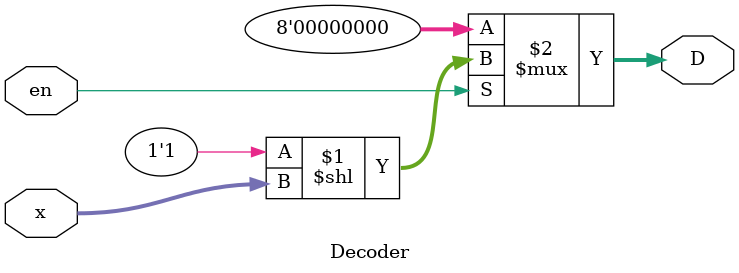
<source format=v>
`timescale 1ns / 1ps
module Decoder(x, D,	en);
	input[2:0]		x;
	input				en;
	output[7:0]		D;
	
	assign D = (en) ? 1'b1 << x : 8'h00;
endmodule
</source>
